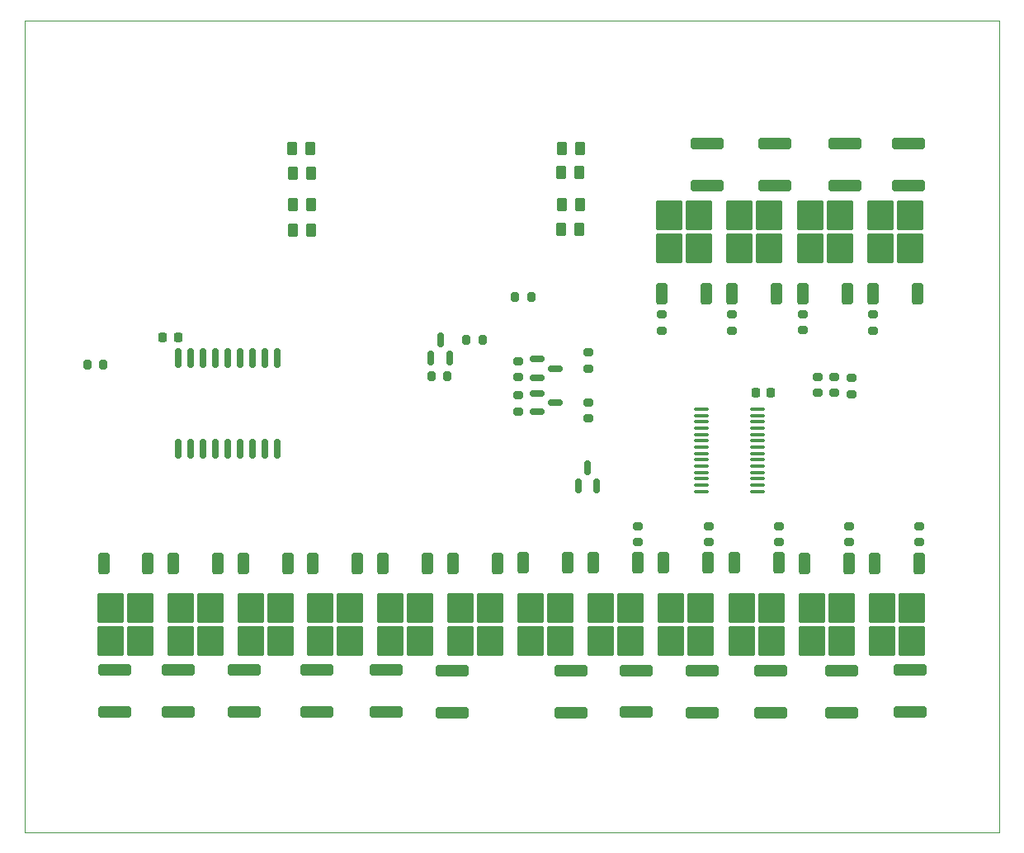
<source format=gbr>
%TF.GenerationSoftware,KiCad,Pcbnew,8.0.0*%
%TF.CreationDate,2024-09-08T09:34:35+02:00*%
%TF.ProjectId,led_stairs_controller,6c65645f-7374-4616-9972-735f636f6e74,V0.4*%
%TF.SameCoordinates,Original*%
%TF.FileFunction,Paste,Top*%
%TF.FilePolarity,Positive*%
%FSLAX46Y46*%
G04 Gerber Fmt 4.6, Leading zero omitted, Abs format (unit mm)*
G04 Created by KiCad (PCBNEW 8.0.0) date 2024-09-08 09:34:35*
%MOMM*%
%LPD*%
G01*
G04 APERTURE LIST*
G04 Aperture macros list*
%AMRoundRect*
0 Rectangle with rounded corners*
0 $1 Rounding radius*
0 $2 $3 $4 $5 $6 $7 $8 $9 X,Y pos of 4 corners*
0 Add a 4 corners polygon primitive as box body*
4,1,4,$2,$3,$4,$5,$6,$7,$8,$9,$2,$3,0*
0 Add four circle primitives for the rounded corners*
1,1,$1+$1,$2,$3*
1,1,$1+$1,$4,$5*
1,1,$1+$1,$6,$7*
1,1,$1+$1,$8,$9*
0 Add four rect primitives between the rounded corners*
20,1,$1+$1,$2,$3,$4,$5,0*
20,1,$1+$1,$4,$5,$6,$7,0*
20,1,$1+$1,$6,$7,$8,$9,0*
20,1,$1+$1,$8,$9,$2,$3,0*%
G04 Aperture macros list end*
%ADD10RoundRect,0.200000X-0.275000X0.200000X-0.275000X-0.200000X0.275000X-0.200000X0.275000X0.200000X0*%
%ADD11RoundRect,0.200000X0.275000X-0.200000X0.275000X0.200000X-0.275000X0.200000X-0.275000X-0.200000X0*%
%ADD12RoundRect,0.100000X-0.637500X-0.100000X0.637500X-0.100000X0.637500X0.100000X-0.637500X0.100000X0*%
%ADD13RoundRect,0.250000X1.450000X-0.312500X1.450000X0.312500X-1.450000X0.312500X-1.450000X-0.312500X0*%
%ADD14RoundRect,0.250000X-0.262500X-0.450000X0.262500X-0.450000X0.262500X0.450000X-0.262500X0.450000X0*%
%ADD15RoundRect,0.250000X-1.450000X0.312500X-1.450000X-0.312500X1.450000X-0.312500X1.450000X0.312500X0*%
%ADD16RoundRect,0.250000X-0.350000X0.850000X-0.350000X-0.850000X0.350000X-0.850000X0.350000X0.850000X0*%
%ADD17RoundRect,0.250000X-1.125000X1.275000X-1.125000X-1.275000X1.125000X-1.275000X1.125000X1.275000X0*%
%ADD18RoundRect,0.225000X-0.225000X-0.250000X0.225000X-0.250000X0.225000X0.250000X-0.225000X0.250000X0*%
%ADD19RoundRect,0.200000X-0.200000X-0.275000X0.200000X-0.275000X0.200000X0.275000X-0.200000X0.275000X0*%
%ADD20RoundRect,0.250000X0.350000X-0.850000X0.350000X0.850000X-0.350000X0.850000X-0.350000X-0.850000X0*%
%ADD21RoundRect,0.250000X1.125000X-1.275000X1.125000X1.275000X-1.125000X1.275000X-1.125000X-1.275000X0*%
%ADD22RoundRect,0.150000X-0.587500X-0.150000X0.587500X-0.150000X0.587500X0.150000X-0.587500X0.150000X0*%
%ADD23RoundRect,0.200000X0.200000X0.275000X-0.200000X0.275000X-0.200000X-0.275000X0.200000X-0.275000X0*%
%ADD24RoundRect,0.150000X0.150000X-0.587500X0.150000X0.587500X-0.150000X0.587500X-0.150000X-0.587500X0*%
%ADD25RoundRect,0.250000X0.262500X0.450000X-0.262500X0.450000X-0.262500X-0.450000X0.262500X-0.450000X0*%
%ADD26RoundRect,0.150000X0.150000X-0.875000X0.150000X0.875000X-0.150000X0.875000X-0.150000X-0.875000X0*%
%TA.AperFunction,Profile*%
%ADD27C,0.120000*%
%TD*%
G04 APERTURE END LIST*
D10*
%TO.C,R8*%
X164020000Y-107575000D03*
X164020000Y-109225000D03*
%TD*%
D11*
%TO.C,R16*%
X166500000Y-87525000D03*
X166500000Y-85875000D03*
%TD*%
D12*
%TO.C,U1*%
X170600000Y-95575000D03*
X170600000Y-96225000D03*
X170600000Y-96875000D03*
X170600000Y-97525000D03*
X170600000Y-98175000D03*
X170600000Y-98825000D03*
X170600000Y-99475000D03*
X170600000Y-100125000D03*
X170600000Y-100775000D03*
X170600000Y-101425000D03*
X170600000Y-102075000D03*
X170600000Y-102725000D03*
X170600000Y-103375000D03*
X170600000Y-104025000D03*
X176325000Y-104025000D03*
X176325000Y-103375000D03*
X176325000Y-102725000D03*
X176325000Y-102075000D03*
X176325000Y-101425000D03*
X176325000Y-100775000D03*
X176325000Y-100125000D03*
X176325000Y-99475000D03*
X176325000Y-98825000D03*
X176325000Y-98175000D03*
X176325000Y-97525000D03*
X176325000Y-96875000D03*
X176325000Y-96225000D03*
X176325000Y-95575000D03*
%TD*%
D13*
%TO.C,F15*%
X178100000Y-72637500D03*
X178100000Y-68362500D03*
%TD*%
D14*
%TO.C,R36*%
X128687500Y-77200000D03*
X130512500Y-77200000D03*
%TD*%
D15*
%TO.C,F2*%
X116900000Y-122362500D03*
X116900000Y-126637500D03*
%TD*%
D10*
%TO.C,R9*%
X171320000Y-107575000D03*
X171320000Y-109225000D03*
%TD*%
D16*
%TO.C,Q1*%
X113800000Y-111400000D03*
D17*
X113045000Y-116025000D03*
X109995000Y-116025000D03*
X113045000Y-119375000D03*
X109995000Y-119375000D03*
D16*
X109240000Y-111400000D03*
%TD*%
D11*
%TO.C,R15*%
X173700000Y-87525000D03*
X173700000Y-85875000D03*
%TD*%
D16*
%TO.C,Q8*%
X164025000Y-111375000D03*
D17*
X163270000Y-116000000D03*
X160220000Y-116000000D03*
X163270000Y-119350000D03*
X160220000Y-119350000D03*
D16*
X159465000Y-111375000D03*
%TD*%
%TO.C,Q6*%
X149680000Y-111400000D03*
D17*
X148925000Y-116025000D03*
X145875000Y-116025000D03*
X148925000Y-119375000D03*
X145875000Y-119375000D03*
D16*
X145120000Y-111400000D03*
%TD*%
D15*
%TO.C,F5*%
X138200000Y-122362500D03*
X138200000Y-126637500D03*
%TD*%
D16*
%TO.C,Q10*%
X178525000Y-111375000D03*
D17*
X177770000Y-116000000D03*
X174720000Y-116000000D03*
X177770000Y-119350000D03*
X174720000Y-119350000D03*
D16*
X173965000Y-111375000D03*
%TD*%
D15*
%TO.C,F12*%
X192000000Y-122362500D03*
X192000000Y-126637500D03*
%TD*%
D10*
%TO.C,R19*%
X151800000Y-94175000D03*
X151800000Y-95825000D03*
%TD*%
D18*
%TO.C,C3*%
X115325000Y-88200000D03*
X116875000Y-88200000D03*
%TD*%
D19*
%TO.C,R17*%
X151475000Y-84100000D03*
X153125000Y-84100000D03*
%TD*%
D16*
%TO.C,Q3*%
X128180000Y-111400000D03*
D17*
X127425000Y-116025000D03*
X124375000Y-116025000D03*
X127425000Y-119375000D03*
X124375000Y-119375000D03*
D16*
X123620000Y-111400000D03*
%TD*%
D13*
%TO.C,F16*%
X171200000Y-72637500D03*
X171200000Y-68362500D03*
%TD*%
D10*
%TO.C,R31*%
X186000000Y-92375000D03*
X186000000Y-94025000D03*
%TD*%
D15*
%TO.C,F8*%
X163900000Y-122425000D03*
X163900000Y-126700000D03*
%TD*%
D20*
%TO.C,Q16*%
X166500000Y-83700000D03*
D21*
X167255000Y-79075000D03*
X170305000Y-79075000D03*
X167255000Y-75725000D03*
X170305000Y-75725000D03*
D20*
X171060000Y-83700000D03*
%TD*%
D22*
%TO.C,Q18*%
X153725000Y-90450000D03*
X153725000Y-92350000D03*
X155600000Y-91400000D03*
%TD*%
D15*
%TO.C,F9*%
X170700000Y-122462500D03*
X170700000Y-126737500D03*
%TD*%
D14*
%TO.C,R37*%
X128687500Y-71400000D03*
X130512500Y-71400000D03*
%TD*%
D10*
%TO.C,R12*%
X192920000Y-107600000D03*
X192920000Y-109250000D03*
%TD*%
%TO.C,R10*%
X178520000Y-107575000D03*
X178520000Y-109225000D03*
%TD*%
D23*
%TO.C,R35*%
X148125000Y-88500000D03*
X146475000Y-88500000D03*
%TD*%
D13*
%TO.C,F13*%
X191800000Y-72637500D03*
X191800000Y-68362500D03*
%TD*%
%TO.C,F14*%
X185300000Y-72637500D03*
X185300000Y-68362500D03*
%TD*%
D11*
%TO.C,R18*%
X159000000Y-96525000D03*
X159000000Y-94875000D03*
%TD*%
D20*
%TO.C,Q15*%
X173740000Y-83700000D03*
D21*
X174495000Y-79075000D03*
X177545000Y-79075000D03*
X174495000Y-75725000D03*
X177545000Y-75725000D03*
D20*
X178300000Y-83700000D03*
%TD*%
D18*
%TO.C,C1*%
X176125000Y-93900000D03*
X177675000Y-93900000D03*
%TD*%
D24*
%TO.C,Q20*%
X142837500Y-90350000D03*
X144737500Y-90350000D03*
X143787500Y-88475000D03*
%TD*%
D25*
%TO.C,R38*%
X158112500Y-68800000D03*
X156287500Y-68800000D03*
%TD*%
D19*
%TO.C,R34*%
X142875000Y-92200000D03*
X144525000Y-92200000D03*
%TD*%
D16*
%TO.C,Q2*%
X120980000Y-111400000D03*
D17*
X120225000Y-116025000D03*
X117175000Y-116025000D03*
X120225000Y-119375000D03*
X117175000Y-119375000D03*
D16*
X116420000Y-111400000D03*
%TD*%
D11*
%TO.C,R14*%
X181000000Y-87500000D03*
X181000000Y-85850000D03*
%TD*%
D25*
%TO.C,R29*%
X158032500Y-77125000D03*
X156207500Y-77125000D03*
%TD*%
D16*
%TO.C,Q4*%
X135300000Y-111400000D03*
D17*
X134545000Y-116025000D03*
X131495000Y-116025000D03*
X134545000Y-119375000D03*
X131495000Y-119375000D03*
D16*
X130740000Y-111400000D03*
%TD*%
%TO.C,Q11*%
X185700000Y-111400000D03*
D17*
X184945000Y-116025000D03*
X181895000Y-116025000D03*
X184945000Y-119375000D03*
X181895000Y-119375000D03*
D16*
X181140000Y-111400000D03*
%TD*%
D10*
%TO.C,R20*%
X151800000Y-90675000D03*
X151800000Y-92325000D03*
%TD*%
D14*
%TO.C,R24*%
X128587500Y-68800000D03*
X130412500Y-68800000D03*
%TD*%
D15*
%TO.C,F11*%
X185000000Y-122462500D03*
X185000000Y-126737500D03*
%TD*%
D16*
%TO.C,Q5*%
X142480000Y-111400000D03*
D17*
X141725000Y-116025000D03*
X138675000Y-116025000D03*
X141725000Y-119375000D03*
X138675000Y-119375000D03*
D16*
X137920000Y-111400000D03*
%TD*%
D15*
%TO.C,F6*%
X145000000Y-122462500D03*
X145000000Y-126737500D03*
%TD*%
D22*
%TO.C,Q17*%
X153725000Y-93950000D03*
X153725000Y-95850000D03*
X155600000Y-94900000D03*
%TD*%
D14*
%TO.C,R25*%
X128687500Y-74600000D03*
X130512500Y-74600000D03*
%TD*%
D24*
%TO.C,Q19*%
X157937500Y-103437500D03*
X159837500Y-103437500D03*
X158887500Y-101562500D03*
%TD*%
D15*
%TO.C,F10*%
X177700000Y-122462500D03*
X177700000Y-126737500D03*
%TD*%
D11*
%TO.C,R13*%
X188200000Y-87525000D03*
X188200000Y-85875000D03*
%TD*%
D10*
%TO.C,R32*%
X184200000Y-92275000D03*
X184200000Y-93925000D03*
%TD*%
D25*
%TO.C,R28*%
X158032500Y-71325000D03*
X156207500Y-71325000D03*
%TD*%
D10*
%TO.C,R30*%
X182500000Y-92275000D03*
X182500000Y-93925000D03*
%TD*%
D16*
%TO.C,Q7*%
X156825000Y-111375000D03*
D17*
X156070000Y-116000000D03*
X153020000Y-116000000D03*
X156070000Y-119350000D03*
X153020000Y-119350000D03*
D16*
X152265000Y-111375000D03*
%TD*%
D20*
%TO.C,Q14*%
X181000000Y-83700000D03*
D21*
X181755000Y-79075000D03*
X184805000Y-79075000D03*
X181755000Y-75725000D03*
X184805000Y-75725000D03*
D20*
X185560000Y-83700000D03*
%TD*%
D15*
%TO.C,F1*%
X110400000Y-122362500D03*
X110400000Y-126637500D03*
%TD*%
D10*
%TO.C,R11*%
X185720000Y-107575000D03*
X185720000Y-109225000D03*
%TD*%
D16*
%TO.C,Q12*%
X192925000Y-111400000D03*
D17*
X192170000Y-116025000D03*
X189120000Y-116025000D03*
X192170000Y-119375000D03*
X189120000Y-119375000D03*
D16*
X188365000Y-111400000D03*
%TD*%
D20*
%TO.C,Q13*%
X188200000Y-83700000D03*
D21*
X188955000Y-79075000D03*
X192005000Y-79075000D03*
X188955000Y-75725000D03*
X192005000Y-75725000D03*
D20*
X192760000Y-83700000D03*
%TD*%
D19*
%TO.C,R33*%
X107575000Y-91000000D03*
X109225000Y-91000000D03*
%TD*%
D15*
%TO.C,F3*%
X123700000Y-122362500D03*
X123700000Y-126637500D03*
%TD*%
%TO.C,F4*%
X131100000Y-122362500D03*
X131100000Y-126637500D03*
%TD*%
D26*
%TO.C,U4*%
X116882500Y-99650000D03*
X118152500Y-99650000D03*
X119422500Y-99650000D03*
X120692500Y-99650000D03*
X121962500Y-99650000D03*
X123232500Y-99650000D03*
X124502500Y-99650000D03*
X125772500Y-99650000D03*
X127042500Y-99650000D03*
X127042500Y-90350000D03*
X125772500Y-90350000D03*
X124502500Y-90350000D03*
X123232500Y-90350000D03*
X121962500Y-90350000D03*
X120692500Y-90350000D03*
X119422500Y-90350000D03*
X118152500Y-90350000D03*
X116882500Y-90350000D03*
%TD*%
D25*
%TO.C,R39*%
X158112500Y-74600000D03*
X156287500Y-74600000D03*
%TD*%
D15*
%TO.C,F7*%
X157200000Y-122462500D03*
X157200000Y-126737500D03*
%TD*%
D16*
%TO.C,Q9*%
X171275000Y-111375000D03*
D17*
X170520000Y-116000000D03*
X167470000Y-116000000D03*
X170520000Y-119350000D03*
X167470000Y-119350000D03*
D16*
X166715000Y-111375000D03*
%TD*%
D10*
%TO.C,R21*%
X159000000Y-89775000D03*
X159000000Y-91425000D03*
%TD*%
D27*
%TO.C,MOD1*%
X101175000Y-55745000D02*
X101175000Y-138995000D01*
X101175000Y-138995000D02*
X201175000Y-138995000D01*
X201175000Y-55745000D02*
X101175000Y-55745000D01*
X201175000Y-138995000D02*
X201175000Y-55745000D01*
%TD*%
M02*

</source>
